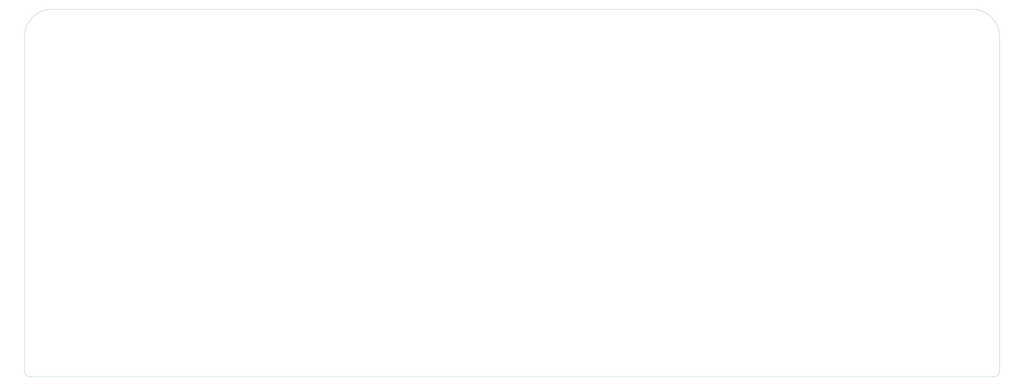
<source format=gm1>
%TF.GenerationSoftware,KiCad,Pcbnew,7.0.5*%
%TF.CreationDate,2023-06-23T10:17:56-04:00*%
%TF.ProjectId,keyboard_mk1,6b657962-6f61-4726-945f-6d6b312e6b69,rev?*%
%TF.SameCoordinates,Original*%
%TF.FileFunction,Profile,NP*%
%FSLAX46Y46*%
G04 Gerber Fmt 4.6, Leading zero omitted, Abs format (unit mm)*
G04 Created by KiCad (PCBNEW 7.0.5) date 2023-06-23 10:17:56*
%MOMM*%
%LPD*%
G01*
G04 APERTURE LIST*
%TA.AperFunction,Profile*%
%ADD10C,0.100000*%
%TD*%
G04 APERTURE END LIST*
D10*
X808036743Y-161855740D02*
X384174243Y-161855740D01*
X381792960Y-159474490D02*
G75*
G03*
X384174243Y-161855740I2381240J-10D01*
G01*
X810417993Y-11836990D02*
X810417993Y-159474490D01*
X393699243Y69207D02*
G75*
G03*
X381792993Y-11836990I-43J-11906207D01*
G01*
X810418060Y-11836990D02*
G75*
G03*
X798511743Y69260I-11906260J-10D01*
G01*
X381792993Y-159474490D02*
X381792993Y-11836990D01*
X808036743Y-161855693D02*
G75*
G03*
X810417993Y-159474490I-43J2381293D01*
G01*
X393699243Y69260D02*
X798511743Y69260D01*
M02*

</source>
